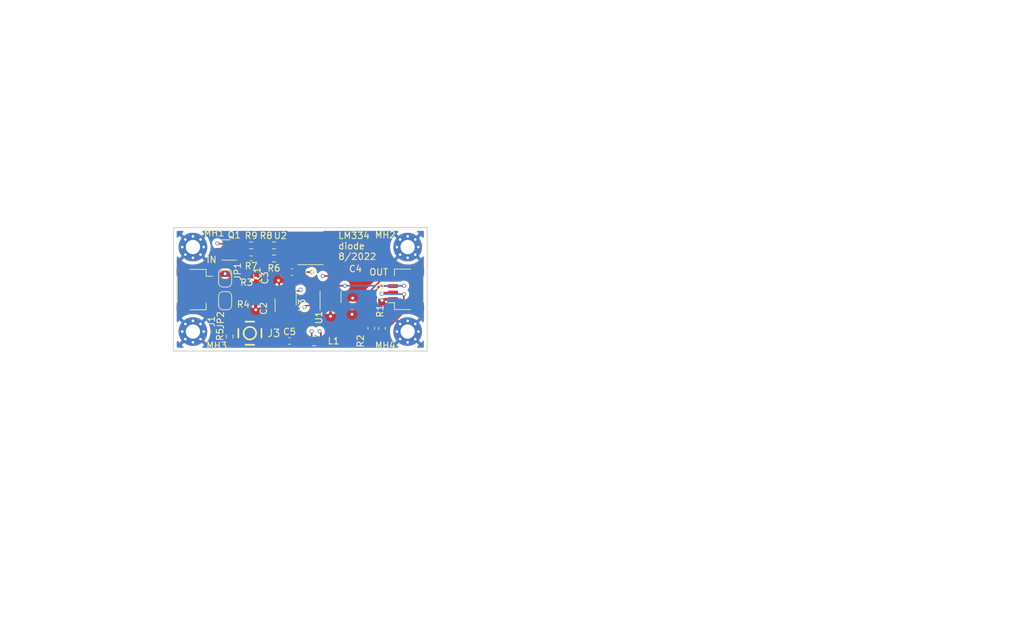
<source format=kicad_pcb>
(kicad_pcb (version 20211014) (generator pcbnew)
  (layers (0 "F.Cu" signal) (1 "In1.Cu" signal) (2 "In2.Cu" power) (31 "B.Cu" power) (34 "B.Paste" user) (35 "F.Paste" user) (36 "B.SilkS" user "B.Silkscreen") (37 "F.SilkS" user "F.Silkscreen") (38 "B.Mask" user) (39 "F.Mask" user) (44 "Edge.Cuts" user))
  (net 0 "")
  (net 1 "GND")
  (net 2 "/Channel1/V+")
  (net 3 "/Channel1/buffer/in+")
  (net 4 "/Channel1/buffer/in-")
  (net 5 "/Channel1/V-")
  (net 6 "+3V3")
  (net 7 "VD")
  (net 8 "/Channel1/I+")
  (net 9 "/Channel1/I-")
  (net 10 "Net-(Q1-Pad1)")
  (net 11 "/Channel1/buffer/out-")
  (net 12 "/Channel1/buffer/out+")
  (net 13 "Net-(R6-Pad1)")
  (net 14 "GNDPWR")
  (net 15 "/scl-rx")
  (net 16 "/sda-tx")
  (net 17 "Net-(R6-Pad2)")
  (net 18 "Net-(R8-Pad2)")
  (footprint "MountingHole:MountingHole_2.2mm_M2_Pad_Via" (layer "F.Cu") (at 103 84)
    (fp_text reference "MH1" (at 3.25 -2.15) (layer "F.SilkS"))
    (fp_text value "MountingHole")
    (pad "1" thru_hole circle locked (at -1.65 0) (size 0.7 0.7) (drill 0.4) (layers *.Cu *.Mask) (net 14 "GNDPWR"))
    (pad "1" thru_hole circle locked (at 0 -1.65) (size 0.7 0.7) (drill 0.4) (layers *.Cu *.Mask) (net 14 "GNDPWR"))
    (pad "1" thru_hole circle locked (at 1.166726 1.166726) (size 0.7 0.7) (drill 0.4) (layers *.Cu *.Mask) (net 14 "GNDPWR"))
    (pad "1" thru_hole circle locked (at 1.166726 -1.166726) (size 0.7 0.7) (drill 0.4) (layers *.Cu *.Mask) (net 14 "GNDPWR"))
    (pad "1" thru_hole circle locked (at 0 0) (size 4.4 4.4) (drill 2.2) (layers *.Cu *.Mask) (net 14 "GNDPWR"))
    (pad "1" thru_hole circle locked (at 1.65 0) (size 0.7 0.7) (drill 0.4) (layers *.Cu *.Mask) (net 14 "GNDPWR"))
    (pad "1" thru_hole circle locked (at -1.166726 -1.166726) (size 0.7 0.7) (drill 0.4) (layers *.Cu *.Mask) (net 14 "GNDPWR"))
    (pad "1" thru_hole circle locked (at -1.166726 1.166726) (size 0.7 0.7) (drill 0.4) (layers *.Cu *.Mask) (net 14 "GNDPWR"))
    (pad "1" thru_hole circle locked (at 0 1.65) (size 0.7 0.7) (drill 0.4) (layers *.Cu *.Mask) (net 14 "GNDPWR"))
  )
  (footprint "MountingHole:MountingHole_2.2mm_M2_Pad_Via" (layer "F.Cu") (at 136 84)
    (fp_text reference "MH2" (at -3.45 -1.85) (layer "F.SilkS"))
    (fp_text value "MountingHole")
    (pad "1" thru_hole circle locked (at 0 0) (size 4.4 4.4) (drill 2.2) (layers *.Cu *.Mask) (net 14 "GNDPWR"))
    (pad "1" thru_hole circle locked (at 1.166726 -1.166726) (size 0.7 0.7) (drill 0.4) (layers *.Cu *.Mask) (net 14 "GNDPWR"))
    (pad "1" thru_hole circle locked (at -1.65 0) (size 0.7 0.7) (drill 0.4) (layers *.Cu *.Mask) (net 14 "GNDPWR"))
    (pad "1" thru_hole circle locked (at 1.65 0) (size 0.7 0.7) (drill 0.4) (layers *.Cu *.Mask) (net 14 "GNDPWR"))
    (pad "1" thru_hole circle locked (at 1.166726 1.166726) (size 0.7 0.7) (drill 0.4) (layers *.Cu *.Mask) (net 14 "GNDPWR"))
    (pad "1" thru_hole circle locked (at 0 -1.65) (size 0.7 0.7) (drill 0.4) (layers *.Cu *.Mask) (net 14 "GNDPWR"))
    (pad "1" thru_hole circle locked (at 0 1.65) (size 0.7 0.7) (drill 0.4) (layers *.Cu *.Mask) (net 14 "GNDPWR"))
    (pad "1" thru_hole circle locked (at -1.166726 1.166726) (size 0.7 0.7) (drill 0.4) (layers *.Cu *.Mask) (net 14 "GNDPWR"))
    (pad "1" thru_hole circle locked (at -1.166726 -1.166726) (size 0.7 0.7) (drill 0.4) (layers *.Cu *.Mask) (net 14 "GNDPWR"))
  )
  (footprint "MountingHole:MountingHole_2.2mm_M2_Pad_Via" (layer "F.Cu") (at 103 97)
    (fp_text reference "MH3" (at 3.65 2.15) (layer "F.SilkS"))
    (fp_text value "MountingHole")
    (pad "1" thru_hole circle locked (at -1.166726 1.166726) (size 0.7 0.7) (drill 0.4) (layers *.Cu *.Mask) (net 14 "GNDPWR"))
    (pad "1" thru_hole circle locked (at 0 0) (size 4.4 4.4) (drill 2.2) (layers *.Cu *.Mask) (net 14 "GNDPWR"))
    (pad "1" thru_hole circle locked (at 1.166726 1.166726) (size 0.7 0.7) (drill 0.4) (layers *.Cu *.Mask) (net 14 "GNDPWR"))
    (pad "1" thru_hole circle locked (at -1.166726 -1.166726) (size 0.7 0.7) (drill 0.4) (layers *.Cu *.Mask) (net 14 "GNDPWR"))
    (pad "1" thru_hole circle locked (at 1.166726 -1.166726) (size 0.7 0.7) (drill 0.4) (layers *.Cu *.Mask) (net 14 "GNDPWR"))
    (pad "1" thru_hole circle locked (at 0 -1.65) (size 0.7 0.7) (drill 0.4) (layers *.Cu *.Mask) (net 14 "GNDPWR"))
    (pad "1" thru_hole circle locked (at 1.65 0) (size 0.7 0.7) (drill 0.4) (layers *.Cu *.Mask) (net 14 "GNDPWR"))
    (pad "1" thru_hole circle locked (at -1.65 0) (size 0.7 0.7) (drill 0.4) (layers *.Cu *.Mask) (net 14 "GNDPWR"))
    (pad "1" thru_hole circle locked (at 0 1.65) (size 0.7 0.7) (drill 0.4) (layers *.Cu *.Mask) (net 14 "GNDPWR"))
  )
  (footprint "MountingHole:MountingHole_2.2mm_M2_Pad_Via" (layer "F.Cu") (at 136 97)
    (fp_text reference "MH4" (at -3.45 2.15) (layer "F.SilkS"))
    (fp_text value "MountingHole")
    (pad "1" thru_hole circle locked (at 0 0) (size 4.4 4.4) (drill 2.2) (layers *.Cu *.Mask) (net 14 "GNDPWR"))
    (pad "1" thru_hole circle locked (at -1.166726 -1.166726) (size 0.7 0.7) (drill 0.4) (layers *.Cu *.Mask) (net 14 "GNDPWR"))
    (pad "1" thru_hole circle locked (at -1.65 0) (size 0.7 0.7) (drill 0.4) (layers *.Cu *.Mask) (net 14 "GNDPWR"))
    (pad "1" thru_hole circle locked (at 1.65 0) (size 0.7 0.7) (drill 0.4) (layers *.Cu *.Mask) (net 14 "GNDPWR"))
    (pad "1" thru_hole circle locked (at 0 -1.65) (size 0.7 0.7) (drill 0.4) (layers *.Cu *.Mask) (net 14 "GNDPWR"))
    (pad "1" thru_hole circle locked (at 1.166726 1.166726) (size 0.7 0.7) (drill 0.4) (layers *.Cu *.Mask) (net 14 "GNDPWR"))
    (pad "1" thru_hole circle locked (at 1.166726 -1.166726) (size 0.7 0.7) (drill 0.4) (layers *.Cu *.Mask) (net 14 "GNDPWR"))
    (pad "1" thru_hole circle locked (at -1.166726 1.166726) (size 0.7 0.7) (drill 0.4) (layers *.Cu *.Mask) (net 14 "GNDPWR"))
    (pad "1" thru_hole circle locked (at 0 1.65) (size 0.7 0.7) (drill 0.4) (layers *.Cu *.Mask) (net 14 "GNDPWR"))
  )
  (footprint "Resistor_SMD:R_0402_1005Metric" (layer "F.Cu") (at 110.765 90.55 180)
    (fp_text reference "R3" (at -0.485 1.1) (layer "F.SilkS"))
    (fp_text value "100K")
    (pad "1" smd roundrect locked (at -0.485 0 180) (size 0.59 0.64) (layers "F.Cu" "F.Paste" "F.Mask") (net 3 "/Channel1/buffer/in+"))
    (pad "2" smd roundrect locked (at 0.485 0 180) (size 0.59 0.64) (layers "F.Cu" "F.Paste" "F.Mask") (net 2 "/Channel1/V+"))
  )
  (footprint "Resistor_SMD:R_0402_1005Metric" (layer "F.Cu") (at 110.75 91.65 180)
    (fp_text reference "R4" (at 0 -1.17) (layer "F.SilkS"))
    (fp_text value "100K")
    (pad "1" smd roundrect locked (at -0.485 0 180) (size 0.59 0.64) (layers "F.Cu" "F.Paste" "F.Mask") (net 4 "/Channel1/buffer/in-"))
    (pad "2" smd roundrect locked (at 0.485 0 180) (size 0.59 0.64) (layers "F.Cu" "F.Paste" "F.Mask") (net 5 "/Channel1/V-"))
  )
  (footprint "Inductor_SMD:L_0805_2012Metric_Pad1.15x1.40mm_HandSolder" (layer "F.Cu") (at 121.635 98.45 180)
    (fp_text reference "L1" (at -2.975 0) (layer "F.SilkS"))
    (fp_text value "MMZ2012Y202B ")
    (fp_line (start -0.261252 -0.71) (end 0.261252 -0.71) (layer "F.SilkS") (width 0.12))
    (fp_line (start -0.261252 0.71) (end 0.261252 0.71) (layer "F.SilkS") (width 0.12))
    (pad "1" smd roundrect locked (at -1.025 0 180) (size 1.15 1.4) (layers "F.Cu" "F.Paste" "F.Mask") (roundrect_rratio 0.2173913043) (net 7 "VD"))
    (pad "2" smd roundrect locked (at 1.025 0 180) (size 1.15 1.4) (layers "F.Cu" "F.Paste" "F.Mask") (roundrect_rratio 0.2173913043) (net 6 "+3V3"))
  )
  (footprint "Capacitor_SMD:C_0402_1005Metric" (layer "F.Cu") (at 112.65 90.05 -90)
    (fp_text reference "C1" (at -2 -0.2 90) (layer "F.SilkS"))
    (fp_text value "100nF")
    (pad "1" smd roundrect locked (at -0.485 0 270) (size 0.59 0.64) (layers "F.Cu" "F.Paste" "F.Mask") (net 1 "GND"))
    (pad "2" smd roundrect locked (at 0.485 0 270) (size 0.59 0.64) (layers "F.Cu" "F.Paste" "F.Mask") (net 3 "/Channel1/buffer/in+"))
  )
  (footprint "Capacitor_SMD:C_0402_1005Metric" (layer "F.Cu") (at 112.65 92.135 -90)
    (fp_text reference "C2" (at 1.315 -1.2 90) (layer "F.SilkS"))
    (fp_text value "100nF")
    (pad "1" smd roundrect locked (at -0.485 0 270) (size 0.59 0.64) (layers "F.Cu" "F.Paste" "F.Mask") (net 4 "/Channel1/buffer/in-"))
    (pad "2" smd roundrect locked (at 0.485 0 270) (size 0.59 0.64) (layers "F.Cu" "F.Paste" "F.Mask") (net 1 "GND"))
  )
  (footprint "Capacitor_SMD:C_0402_1005Metric" (layer "F.Cu") (at 114.05 91.075 -90)
    (fp_text reference "C3" (at -2.325 0 90) (layer "F.SilkS"))
    (fp_text value "1uF")
    (pad "1" smd roundrect locked (at -0.485 0 270) (size 0.59 0.64) (layers "F.Cu" "F.Paste" "F.Mask") (net 3 "/Channel1/buffer/in+"))
    (pad "2" smd roundrect locked (at 0.485 0 270) (size 0.59 0.64) (layers "F.Cu" "F.Paste" "F.Mask") (net 4 "/Channel1/buffer/in-"))
  )
  (footprint "Capacitor_SMD:C_0402_1005Metric" (layer "F.Cu") (at 124.65 88.35)
    (fp_text reference "C4" (at 3.325 -1) (layer "F.SilkS"))
    (fp_text value "100nF")
    (pad "1" smd roundrect locked (at -0.485 0) (size 0.59 0.64) (layers "F.Cu" "F.Paste" "F.Mask") (net 7 "VD"))
    (pad "2" smd roundrect locked (at 0.485 0) (size 0.59 0.64) (layers "F.Cu" "F.Paste" "F.Mask") (net 1 "GND"))
  )
  (footprint "Connector_JST:JST_SH_SM04B-SRSS-TB_1x04-1MP_P1.00mm_Horizontal" (layer "F.Cu") (at 103.25 90.55 -90)
    (fp_text reference "J1" (at 4.9 -2.6 90) (layer "F.SilkS"))
    (fp_text value "Conn_01x04")
    (fp_line (start -3.11 0.715) (end -3.11 -1.785) (layer "F.SilkS") (width 0.12))
    (fp_line (start -1.94 2.685) (end 1.94 2.685) (layer "F.SilkS") (width 0.12))
    (fp_line (start 3.11 0.715) (end 3.11 -1.785) (layer "F.SilkS") (width 0.12))
    (fp_line (start -3.11 -1.785) (end -2.06 -1.785) (layer "F.SilkS") (width 0.12))
    (fp_line (start 3.11 -1.785) (end 2.06 -1.785) (layer "F.SilkS") (width 0.12))
    (fp_line (start -2.06 -1.785) (end -2.06 -2.775) (layer "F.SilkS") (width 0.12))
    (pad "1" smd roundrect locked (at -1.5 -2 270) (size 0.6 1.55) (layers "F.Cu" "F.Paste" "F.Mask") (net 8 "/Channel1/I+"))
    (pad "2" smd roundrect locked (at -0.5 -2 270) (size 0.6 1.55) (layers "F.Cu" "F.Paste" "F.Mask") (net 2 "/Channel1/V+"))
    (pad "3" smd roundrect locked (at 0.5 -2 270) (size 0.6 1.55) (layers "F.Cu" "F.Paste" "F.Mask") (net 5 "/Channel1/V-"))
    (pad "4" smd roundrect locked (at 1.5 -2 270) (size 0.6 1.55) (layers "F.Cu" "F.Paste" "F.Mask") (net 9 "/Channel1/I-"))
    (pad "MP" smd roundrect locked (at 2.8 1.875 270) (size 1.2 1.8) (layers "F.Cu" "F.Paste" "F.Mask") (roundrect_rratio 0.2083333333))
    (pad "MP" smd roundrect locked (at -2.8 1.875 270) (size 1.2 1.8) (layers "F.Cu" "F.Paste" "F.Mask") (roundrect_rratio 0.2083333333))
  )
  (footprint "Jumper:SolderJumper-2_P1.3mm_Open_RoundedPad1.0x1.5mm" (layer "F.Cu") (at 107.95 88.75 -90)
    (fp_text reference "JP1" (at -1 -1.9 90) (layer "F.SilkS"))
    (fp_text value "Jumper_NO_Small")
    (fp_line (start 1.4 -0.3) (end 1.4 0.3) (layer "F.SilkS") (width 0.12))
    (fp_line (start 0.7 1) (end -0.7 1) (layer "F.SilkS") (width 0.12))
    (fp_line (start -0.7 -1) (end 0.7 -1) (layer "F.SilkS") (width 0.12))
    (fp_line (start -1.4 0.3) (end -1.4 -0.3) (layer "F.SilkS") (width 0.12))
    (fp_arc (start 1.4 0.3) (mid 1.194975 0.794975) (end 0.7 1) (layer "F.SilkS") (width 0.12))
    (fp_arc (start -0.7 1) (mid -1.194975 0.794975) (end -1.4 0.3) (layer "F.SilkS") (width 0.12))
    (fp_arc (start 0.7 -1) (mid 1.194975 -0.794975) (end 1.4 -0.3) (layer "F.SilkS") (width 0.12))
    (fp_arc (start -1.4 -0.3) (mid -1.194975 -0.794975) (end -0.7 -1) (layer "F.SilkS") (width 0.12))
    (pad "1" smd custom locked (at -0.65 0 270) (size 1 0.5) (layers "F.Cu" "F.Mask") (net 8 "/Channel1/I+") (options (clearance outline) (anchor rect)) (primitives (gr_circle (center 0 0.25) (end 0.5 0.25) (width 0) (fill yes)) (gr_circle (center 0 -0.25) (end 0.5 -0.25) (width 0) (fill yes)) (gr_poly (pts (xy 0 -0.75) (xy 0.5 -0.75) (xy 0.5 0.75) (xy 0 0.75)) (width 0) (fill yes))))
    (pad "2" smd custom locked (at 0.65 0 270) (size 1 0.5) (layers "F.Cu" "F.Mask") (net 2 "/Channel1/V+") (options (clearance outline) (anchor rect)) (primitives (gr_circle (center 0 0.25) (end 0.5 0.25) (width 0) (fill yes)) (gr_circle (center 0 -0.25) (end 0.5 -0.25) (width 0) (fill yes)) (gr_poly (pts (xy 0 -0.75) (xy -0.5 -0.75) (xy -0.5 0.75) (xy 0 0.75)) (width 0) (fill yes))))
  )
  (footprint "Jumper:SolderJumper-2_P1.3mm_Open_RoundedPad1.0x1.5mm" (layer "F.Cu") (at 107.95 92.25 -90)
    (fp_text reference "JP2" (at 3 0.7 90) (layer "F.SilkS"))
    (fp_text value "Jumper_NO_Small")
    (fp_line (start 1.4 -0.3) (end 1.4 0.3) (layer "F.SilkS") (width 0.12))
    (fp_line (start -1.4 0.3) (end -1.4 -0.3) (layer "F.SilkS") (width 0.12))
    (fp_line (start 0.7 1) (end -0.7 1) (layer "F.SilkS") (width 0.12))
    (fp_line (start -0.7 -1) (end 0.7 -1) (layer "F.SilkS") (width 0.12))
    (fp_arc (start 1.4 0.3) (mid 1.194975 0.794975) (end 0.7 1) (layer "F.SilkS") (width 0.12))
    (fp_arc (start -0.7 1) (mid -1.194975 0.794975) (end -1.4 0.3) (layer "F.SilkS") (width 0.12))
    (fp_arc (start -1.4 -0.3) (mid -1.194975 -0.794975) (end -0.7 -1) (layer "F.SilkS") (width 0.12))
    (fp_arc (start 0.7 -1) (mid 1.194975 -0.794975) (end 1.4 -0.3) (layer "F.SilkS") (width 0.12))
    (pad "1" smd custom locked (at -0.65 0 270) (size 1 0.5) (layers "F.Cu" "F.Mask") (net 5 "/Channel1/V-") (options (clearance outline) (anchor rect)) (primitives (gr_circle (center 0 0.25) (end 0.5 0.25) (width 0) (fill yes)) (gr_circle (center 0 -0.25) (end 0.5 -0.25) (width 0) (fill yes)) (gr_poly (pts (xy 0 -0.75) (xy 0.5 -0.75) (xy 0.5 0.75) (xy 0 0.75)) (width 0) (fill yes))))
    (pad "2" smd custom locked (at 0.65 0 270) (size 1 0.5) (layers "F.Cu" "F.Mask") (net 9 "/Channel1/I-") (options (clearance outline) (anchor rect)) (primitives (gr_circle (center 0 0.25) (end 0.5 0.25) (width 0) (fill yes)) (gr_circle (center 0 -0.25) (end 0.5 -0.25) (width 0) (fill yes)) (gr_poly (pts (xy 0 -0.75) (xy -0.5 -0.75) (xy -0.5 0.75) (xy 0 0.75)) (width 0) (fill yes))))
  )
  (footprint "Resistor_SMD:R_0603_1608Metric_Pad1.05x0.95mm_HandSolder" (layer "F.Cu") (at 132.05 96.5 90)
    (fp_text reference "R1" (at 2.65 -0.3 90) (layer "F.SilkS"))
    (fp_text value "10K")
    (fp_line (start -0.171267 -0.51) (end 0.171267 -0.51) (layer "F.SilkS") (width 0.12))
    (fp_line (start -0.171267 0.51) (end 0.171267 0.51) (layer "F.SilkS") (width 0.12))
    (pad "1" smd roundrect locked (at -0.875 0 90) (size 1.05 0.95) (layers "F.Cu" "F.Paste" "F.Mask") (net 7 "VD"))
    (pad "2" smd roundrect locked (at 0.875 0 90) (size 1.05 0.95) (layers "F.Cu" "F.Paste" "F.Mask") (net 16 "/sda-tx"))
  )
  (footprint "Resistor_SMD:R_0603_1608Metric_Pad1.05x0.95mm_HandSolder" (layer "F.Cu") (at 130.4 96.5 90)
    (fp_text reference "R2" (at -1.95 -1.65 90) (layer "F.SilkS"))
    (fp_text value "10K")
    (fp_line (start -0.171267 -0.51) (end 0.171267 -0.51) (layer "F.SilkS") (width 0.12))
    (fp_line (start -0.171267 0.51) (end 0.171267 0.51) (layer "F.SilkS") (width 0.12))
    (pad "1" smd roundrect locked (at -0.875 0 90) (size 1.05 0.95) (layers "F.Cu" "F.Paste" "F.Mask") (net 7 "VD"))
    (pad "2" smd roundrect locked (at 0.875 0 90) (size 1.05 0.95) (layers "F.Cu" "F.Paste" "F.Mask") (net 15 "/scl-rx"))
  )
  (footprint "Connector_JST:JST_SH_SM04B-SRSS-TB_1x04-1MP_P1.00mm_Horizontal" (layer "F.Cu") (at 135.75 90.5 90)
    (fp_text reference "J2" (at 0 -3.98 90) (layer "F.SilkS"))
    (fp_text value "JST_SH_Conn_01x04_i2c_horizontal")
    (fp_line (start 3.11 0.715) (end 3.11 -1.785) (layer "F.SilkS") (width 0.12))
    (fp_line (start -3.11 0.715) (end -3.11 -1.785) (layer "F.SilkS") (width 0.12))
    (fp_line (start -3.11 -1.785) (end -2.06 -1.785) (layer "F.SilkS") (width 0.12))
    (fp_line (start 3.11 -1.785) (end 2.06 -1.785) (layer "F.SilkS") (width 0.12))
    (fp_line (start -1.94 2.685) (end 1.94 2.685) (layer "F.SilkS") (width 0.12))
    (fp_line (start -2.06 -1.785) (end -2.06 -2.775) (layer "F.SilkS") (width 0.12))
    (pad "1" smd roundrect locked (at -1.5 -2 90) (size 0.6 1.55) (layers "F.Cu" "F.Paste" "F.Mask") (net 1 "GND"))
    (pad "2" smd roundrect locked (at -0.5 -2 90) (size 0.6 1.55) (layers "F.Cu" "F.Paste" "F.Mask") (net 7 "VD"))
    (pad "3" smd roundrect locked (at 0.5 -2 90) (size 0.6 1.55) (layers "F.Cu" "F.Paste" "F.Mask") (net 16 "/sda-tx"))
    (pad "4" smd roundrect locked (at 1.5 -2 90) (size 0.6 1.55) (layers "F.Cu" "F.Paste" "F.Mask") (net 15 "/scl-rx"))
    (pad "MP" smd roundrect locked (at 2.8 1.875 90) (size 1.2 1.8) (layers "F.Cu" "F.Paste" "F.Mask") (roundrect_rratio 0.2083333333))
    (pad "MP" smd roundrect locked (at -2.8 1.875 90) (size 1.2 1.8) (layers "F.Cu" "F.Paste" "F.Mask") (roundrect_rratio 0.2083333333))
  )
  (footprint "Package_SO:VSSOP-8_3.0x3.0mm_P0.65mm" (layer "F.Cu") (at 117.25 92.95 -90)
    (fp_text reference "U3" (at 0 -2.5 -90) (layer "F.SilkS"))
    (fp_text value "TLV2782IDGKR")
    (fp_line (start 1 1.62) (end -1 1.62) (layer "F.SilkS") (width 0.12))
    (fp_line (start 0 -1.62) (end -3 -1.62) (layer "F.SilkS") (width 0.12))
    (pad "1" smd rect (at -2.2 -0.975 180) (size 0.45 1.45) (layers "F.Cu" "F.Paste" "F.Mask") (net 12 "/Channel1/buffer/out+"))
    (pad "2" smd rect (at -2.2 -0.325 180) (size 0.45 1.45) (layers "F.Cu" "F.Paste" "F.Mask") (net 12 "/Channel1/buffer/out+"))
    (pad "3" smd rect (at -2.2 0.325 180) (size 0.45 1.45) (layers "F.Cu" "F.Paste" "F.Mask") (net 3 "/Channel1/buffer/in+"))
    (pad "4" smd rect (at -2.2 0.975 180) (size 0.45 1.45) (layers "F.Cu" "F.Paste" "F.Mask") (net 1 "GND"))
    (pad "5" smd rect (at 2.2 0.975 180) (size 0.45 1.45) (layers "F.Cu" "F.Paste" "F.Mask") (net 4 "/Channel1/buffer/in-"))
    (pad "6" smd rect (at 2.2 0.325 180) (size 0.45 1.45) (layers "F.Cu" "F.Paste" "F.Mask") (net 11 "/Channel1/buffer/out-"))
    (pad "7" smd rect (at 2.2 -0.325 180) (size 0.45 1.45) (layers "F.Cu" "F.Paste" "F.Mask") (net 11 "/Channel1/buffer/out-"))
    (pad "8" smd rect (at 2.2 -0.975 180) (size 0.45 1.45) (layers "F.Cu" "F.Paste" "F.Mask") (net 6 "+3V3"))
  )
  (footprint "Resistor_SMD:R_0603_1608Metric_Pad0.98x0.95mm_HandSolder" (layer "F.Cu") (at 111.95 83.75 180)
    (fp_text reference "R9" (at 0 1.5) (layer "F.SilkS"))
    (fp_text value "0")
    (fp_line (start -0.254724 -0.5225) (end 0.254724 -0.5225) (layer "F.SilkS") (width 0.12))
    (fp_line (start -0.254724 0.5225) (end 0.254724 0.5225) (layer "F.SilkS") (width 0.12))
    (pad "1" smd roundrect (at -0.9125 0 180) (size 0.975 0.95) (layers "F.Cu" "F.Paste" "F.Mask") (net 18 "Net-(R8-Pad2)"))
    (pad "2" smd roundrect (at 0.9125 0 180) (size 0.975 0.95) (layers "F.Cu" "F.Paste" "F.Mask") (net 8 "/Channel1/I+"))
  )
  (footprint "Package_TO_SOT_SMD:SOT-23-6_Handsoldering" (layer "F.Cu") (at 124.15 91.65 90)
    (fp_text reference "U1" (at -3.2 -1.8 90) (layer "F.SilkS"))
    (fp_text value "MCP3421A0T-ECH")
    (fp_line (start 0.9 -1.61) (end -2.05 -1.61) (layer "F.SilkS") (width 0.12))
    (fp_line (start -0.9 1.61) (end 0.9 1.61) (layer "F.SilkS") (width 0.12))
    (pad "1" smd rect (at -1.35 -0.95 90) (size 1.56 0.65) (layers "F.Cu" "F.Paste" "F.Mask") (net 12 "/Channel1/buffer/out+"))
    (pad "2" smd rect (at -1.35 0 90) (size 1.56 0.65) (layers "F.Cu" "F.Paste" "F.Mask") (net 1 "GND"))
    (pad "3" smd rect (at -1.35 0.95 90) (size 1.56 0.65) (layers "F.Cu" "F.Paste" "F.Mask") (net 15 "/scl-rx"))
    (pad "4" smd rect (at 1.35 0.95 90) (size 1.56 0.65) (layers "F.Cu" "F.Paste" "F.Mask") (net 16 "/sda-tx"))
    (pad "5" smd rect (at 1.35 0 90) (size 1.56 0.65) (layers "F.Cu" "F.Paste" "F.Mask") (net 7 "VD"))
    (pad "6" smd rect (at 1.35 -0.95 90) (size 1.56 0.65) (layers "F.Cu" "F.Paste" "F.Mask") (net 11 "/Channel1/buffer/out-"))
  )
  (footprint "0my_footprints6:MMCX-SMD_KH-MMCX-KE-STM" (layer "F.Cu") (at 111.75 97.25)
    (fp_text reference "J3" (at 2.6 0) (layer "F.SilkS") (effects (font (size 1.143 1.143) (thickness 0.152)) (justify left)))
    (fp_text value "MMCX-KE-STM" hide)
    (fp_line (start 1.778 0.669) (end 1.778 -0.669) (layer "F.SilkS") (width 0.254))
    (fp_line (start -1.778 -0.669) (end -1.778 0.669) (layer "F.SilkS") (width 0.254))
    (fp_line (start 0.669 -1.778) (end -0.669 -1.778) (layer "F.SilkS") (width 0.254))
    (fp_line (start -0.669 1.778) (end 0.669 1.778) (layer "F.SilkS") (width 0.254))
    (fp_circle (center 0 0) (end 0.967 0) (layer "F.SilkS") (width 0.254) (fill none))
    (pad "1" smd circle locked (at 0 0) (size 1 1) (layers "F.Cu" "F.Paste" "F.Mask") (net 9 "/Channel1/I-"))
    (pad "2" smd rect locked (at 1.4 1.4) (size 1 1) (layers "F.Cu" "F.Paste" "F.Mask") (net 1 "GND"))
    (pad "2" smd rect locked (at -1.4 -1.4) (size 1 1) (layers "F.Cu" "F.Paste" "F.Mask") (net 1 "GND"))
    (pad "2" smd rect locked (at -1.4 1.4) (size 1 1) (layers "F.Cu" "F.Paste" "F.Mask") (net 1 "GND"))
    (pad "2" smd rect locked (at 1.4 -1.4) (size 1 1) (layers "F.Cu" "F.Paste" "F.Mask") (net 1 "GND"))
  )
  (footprint "Capacitor_SMD:C_0603_1608Metric_Pad1.08x0.95mm_HandSolder" (layer "F.Cu") (at 117.85 98.45)
    (fp_text reference "C5" (at 0 -1.43) (layer "F.SilkS"))
    (fp_text value "100nF")
    (fp_line (start -0.146267 -0.51) (end 0.146267 -0.51) (layer "F.SilkS") (width 0.12))
    (fp_line (start -0.146267 0.51) (end 0.146267 0.51) (layer "F.SilkS") (width 0.12))
    (pad "1" smd roundrect (at -0.8625 0) (size 1.075 0.95) (layers "F.Cu" "F.Paste" "F.Mask") (net 1 "GND"))
    (pad "2" smd roundrect (at 0.8625 0) (size 1.075 0.95) (layers "F.Cu" "F.Paste" "F.Mask") (net 6 "+3V3"))
  )
  (footprint "Package_SO:SOIC-8_3.9x4.9mm_P1.27mm" (layer "F.Cu") (at 121.05 84.15)
    (fp_text reference "U2" (at -4.6 -1.9) (layer "F.SilkS"))
    (fp_text value "LM334M")
    (fp_line (start 0 -2.56) (end 1.95 -2.56) (layer "F.SilkS") (width 0.12))
    (fp_line (start 0 2.56) (end -1.95 2.56) (layer "F.SilkS") (width 0.12))
    (fp_line (start 0 2.56) (end 1.95 2.56) (layer "F.SilkS") (width 0.12))
    (fp_line (start 0 -2.56) (end -3.45 -2.56) (layer "F.SilkS") (width 0.12))
    (pad "1" smd roundrect (at -2.475 -1.905) (size 1.95 0.6) (layers "F.Cu" "F.Paste" "F.Mask") (net 13 "Net-(R6-Pad1)"))
    (pad "2" smd roundrect (at -2.475 -0.635) (size 1.95 0.6) (layers "F.Cu" "F.Paste" "F.Mask") (net 10 "Net-(Q1-Pad1)"))
    (pad "3" smd roundrect (at -2.475 0.635) (size 1.95 0.6) (layers "F.Cu" "F.Paste" "F.Mask") (net 10 "Net-(Q1-Pad1)"))
    (pad "4" smd roundrect (at -2.475 1.905) (size 1.95 0.6) (layers "F.Cu" "F.Paste" "F.Mask") (net 6 "+3V3"))
    (pad "5" smd roundrect (at 2.475 1.905) (size 1.95 0.6) (layers "F.Cu" "F.Paste" "F.Mask"))
    (pad "6" smd roundrect (at 2.475 0.635) (size 1.95 0.6) (layers "F.Cu" "F.Paste" "F.Mask") (net 10 "Net-(Q1-Pad1)"))
    (pad "7" smd roundrect (at 2.475 -0.635) (size 1.95 0.6) (layers "F.Cu" "F.Paste" "F.Mask") (net 10 "Net-(Q1-Pad1)"))
    (pad "8" smd roundrect (at 2.475 -1.905) (size 1.95 0.6) (layers "F.Cu" "F.Paste" "F.Mask"))
  )
  (footprint "Resistor_SMD:R_0603_1608Metric_Pad0.98x0.95mm_HandSolder" (layer "F.Cu") (at 115.45 85.75 180)
    (fp_text reference "R6" (at 0 -1.5) (layer "F.SilkS"))
    (fp_text value "10K")
    (fp_line (start -0.254724 0.5225) (end 0.254724 0.5225) (layer "F.SilkS") (width 0.12))
    (fp_line (start -0.254724 -0.5225) (end 0.254724 -0.5225) (layer "F.SilkS") (width 0.12))
    (pad "1" smd roundrect (at -0.9125 0 180) (size 0.975 0.95) (layers "F.Cu" "F.Paste" "F.Mask") (net 13 "Net-(R6-Pad1)"))
    (pad "2" smd roundrect (at 0.9125 0 180) (size 0.975 0.95) (layers "F.Cu" "F.Paste" "F.Mask") (net 17 "Net-(R6-Pad2)"))
  )
  (footprint "Package_TO_SOT_SMD:SOT-23" (layer "F.Cu") (at 108.05 84.45 180)
    (fp_text reference "Q1" (at -1.3 2.3) (layer "F.SilkS"))
    (fp_text value "MMBT3904")
    (fp_line (start 0 1.56) (end 0.65 1.56) (layer "F.SilkS") (width 0.12))
    (fp_line (start 0 1.56) (end -0.65 1.56) (layer "F.SilkS") (width 0.12))
    (fp_line (start 0 -1.56) (end -1.675 -1.56) (layer "F.SilkS") (width 0.12))
    (fp_line (start 0 -1.56) (end 0.65 -1.56) (layer "F.SilkS") (width 0.12))
    (pad "1" smd roundrect (at -0.9375 -0.95 180) (size 1.475 0.6) (layers "F.Cu" "F.Paste" "F.Mask") (net 10 "Net-(Q1-Pad1)"))
    (pad "2" smd roundrect (at -0.9375 0.95 180) (size 1.475 0.6) (layers "F.Cu" "F.Paste" "F.Mask") (net 8 "/Channel1/I+"))
    (pad "3" smd roundrect (at 0.9375 0 180) (size 1.475 0.6) (layers "F.Cu" "F.Paste" "F.Mask") (net 10 "Net-(Q1-Pad1)"))
  )
  (footprint "Resistor_SMD:R_0603_1608Metric_Pad0.98x0.95mm_HandSolder" (layer "F.Cu") (at 115.45 83.75 180)
    (fp_text reference "R8" (at 1.2 1.5 180) (layer "F.SilkS"))
    (fp_text value "121K")
    (fp_line (start -0.254724 -0.5225) (end 0.254724 -0.5225) (layer "F.SilkS") (width 0.12))
    (fp_line (start -0.254724 0.5225) (end 0.254724 0.5225) (layer "F.SilkS") (width 0.12))
    (pad "1" smd roundrect (at -0.9125 0 180) (size 0.975 0.95) (layers "F.Cu" "F.Paste" "F.Mask") (net 13 "Net-(R6-Pad1)"))
    (pad "2" smd roundrect (at 0.9125 0 180) (size 0.975 0.95) (layers "F.Cu" "F.Paste" "F.Mask") (net 18 "Net-(R8-Pad2)"))
  )
  (footprint "Resistor_SMD:R_0603_1608Metric_Pad0.98x0.95mm_HandSolder" (layer "F.Cu") (at 108.65 97.7625 -90)
    (fp_text reference "R5" (at -0.3125 1.5 90) (layer "F.SilkS"))
    (fp_text value "10K")
    (fp_line (start -0.254724 -0.5225) (end 0.254724 -0.5225) (layer "F.SilkS") (width 0.12))
    (fp_line (start -0.254724 0.5225) (end 0.254724 0.5225) (layer "F.SilkS") (width 0.12))
    (pad "1" smd roundrect (at -0.9125 0 270) (size 0.975 0.95) (layers "F.Cu" "F.Paste" "F.Mask") (net 9 "/Channel1/I-"))
    (pad "2" smd roundrect (at 0.9125 0 270) (size 0.975 0.95) (layers "F.Cu" "F.Paste" "F.Mask") (net 1 "GND"))
  )
  (footprint "Resistor_SMD:R_0402_1005Metric_Pad0.72x0.64mm_HandSolder" (layer "F.Cu") (at 111.95 85.75 180)
    (fp_text reference "R7" (at 0 -1.17 180) (layer "F.SilkS"))
    (fp_text value "3.48K")
    (fp_line (start -0.167621 0.38) (end 0.167621 0.38) (layer "F.SilkS") (width 0.12))
    (fp_line (start -0.167621 -0.38) (end 0.167621 -0.38) (layer "F.SilkS") (width 0.12))
    (pad "1" smd roundrect (at -0.5975 0 180) (size 0.715 0.64) (layers "F.Cu" "F.Paste" "F.Mask") (net 17 "Net-(R6-Pad2)"))
    (pad "2" smd roundrect (at 0.5975 0 180) (size 0.715 0.64) (layers "F.Cu" "F.Paste" "F.Mask") (net 10 "Net-(Q1-Pad1)"))
  )
  (footprint "Capacitor_SMD:C_0603_1608Metric_Pad1.08x0.95mm_HandSolder" (layer "F.Cu") (at 118.25 87.85 180)
    (fp_text reference "C6" (at -2.9 0) (layer "F.SilkS"))
    (fp_text value "100nF")
    (fp_line (start -0.146267 -0.51) (end 0.146267 -0.51) (layer "F.SilkS") (width 0.12))
    (fp_line (start -0.146267 0.51) (end 0.146267 0.51) (layer "F.SilkS") (width 0.12))
    (pad "1" smd roundrect (at -0.8625 0 180) (size 1.075 0.95) (layers "F.Cu" "F.Paste" "F.Mask") (net 6 "+3V3"))
    (pad "2" smd roundrect (at 0.8625 0 180) (size 1.075 0.95) (layers "F.Cu" "F.Paste" "F.Mask") (net 1 "GND"))
  )
  (gr_line (start 100 81) (end 139 81) (layer "Edge.Cuts") (width 0.15))
  (gr_line (start 100 100) (end 100 81) (layer "Edge.Cuts") (width 0.15))
  (gr_line (start 139 81) (end 139 100) (layer "Edge.Cuts") (width 0.15))
  (gr_line (start 139 100) (end 100 100) (layer "Edge.Cuts") (width 0.15))
  (gr_text "IN" (at 105.85 85.95) (layer "F.SilkS") (effects (font (size 1 1))))
  (gr_text "LM334\ndiode\n8/2022\n" (at 125.25 83.85) (layer "F.SilkS") (effects (font (size 1 1)) (justify left)))
  (gr_text "OUT" (at 131.55 87.85) (layer "F.SilkS") (effects (font (size 1 1))))
  (segment (start 133.75 92) (end 132.25 92) (width 0.25) (layer "F.Cu") (net 1))
  (segment (start 112.65 89.565) (end 114.365 87.85) (width 0.25) (layer "F.Cu") (net 1))
  (segment (start 124.15 94.65) (end 127.15 94.65) (width 0.25) (layer "F.Cu") (net 1))
  (segment (start 112.65 92.62) (end 112.65 93.65) (width 0.25) (layer "F.Cu") (net 1))
  (segment (start 127.15 94.65) (end 127.45 94.35) (width 0.25) (layer "F.Cu") (net 1))
  (segment (start 132.25 92) (end 132.05 92.2) (width 0.25) (layer "F.Cu") (net 1))
  (segment (start 124.15 93) (end 124.15 94.65) (width 0.25) (layer "F.Cu") (net 1))
  (segment (start 116.275 90.75) (end 116.275 88.9625) (width 0.25) (layer "F.Cu") (net 1))
  (segment (start 116.275 88.9625) (end 117.3875 87.85) (width 0.25) (layer "F.Cu") (net 1))
  (segment (start 114.365 87.85) (end 117.3875 87.85) (width 0.25) (layer "F.Cu") (net 1))
  (segment (start 116.275 89.275) (end 116.15 89.15) (width 0.25) (layer "F.Cu") (net 1))
  (segment (start 112.65 89.565) (end 112.65 88.75) (width 0.25) (layer "F.Cu") (net 1))
  (segment (start 110.35 98.65) (end 109.05 98.65) (width 0.25) (layer "F.Cu") (net 1))
  (segment (start 132.1 92.25) (end 132.05 92.2) (width 0.25) (layer "F.Cu") (net 1))
  (segment (start 116.275 90.75) (end 116.275 89.275) (width 0.25) (layer "F.Cu") (net 1))
  (via (at 132.05 92.2) (size 0.6) (drill 0.4) (layers "F.Cu" "B.Cu") (net 1))
  (via (at 112.65 88.75) (size 0.6) (drill 0.4) (layers "F.Cu" "B.Cu") (net 1))
  (via (at 127.55 91.85) (size 0.6) (drill 0.4) (layers "F.Cu" "B.Cu") (net 1))
  (via (at 127.45 94.35) (size 0.6) (drill 0.4) (layers "F.Cu" "B.Cu") (net 1))
  (via (at 124.15 94.65) (size 0.6) (drill 0.4) (layers "F.Cu" "B.Cu") (net 1))
  (via (at 116.15 89.15) (size 0.6) (drill 0.4) (layers "F.Cu" "B.Cu") (net 1))
  (via (at 112.65 93.65) (size 0.6) (drill 0.4) (layers "F.Cu" "B.Cu") (net 1))
  (segment (start 107.3 90.05) (end 107.95 89.4) (width 0.25) (layer "F.Cu") (net 2))
  (segment (start 107.95 89.4) (end 109.13 89.4) (width 0.25) (layer "F.Cu") (net 2))
  (segment (start 109.13 89.4) (end 110.28 90.55) (width 0.25) (layer "F.Cu") (net 2))
  (segment (start 105.25 90.05) (end 107.3 90.05) (width 0.25) (layer "F.Cu") (net 2))
  (segment (start 116.925 91.675) (end 116.925 90.75) (width 0.2) (layer "F.Cu") (net 3))
  (segment (start 115.95 92.25) (end 116.35 92.25) (width 0.2) (layer "F.Cu") (net 3))
  (segment (start 116.35 92.25) (end 116.925 91.675) (width 0.2) (layer "F.Cu") (net 3))
  (segment (start 114.29 90.59) (end 115.95 92.25) (width 0.2) (layer "F.Cu") (net 3))
  (segment (start 114.05 90.59) (end 114.29 90.59) (width 0.2) (layer "F.Cu") (net 3))
  (segment (start 111.25 90.55) (end 114.01 90.55) (width 0.25) (layer "F.Cu") (net 3))
  (segment (start 114.05 91.56) (end 116.275 93.785) (width 0.2) (layer "F.Cu") (net 4))
  (segment (start 111.235 91.65) (end 113.96 91.65) (width 0.25) (layer "F.Cu") (net 4))
  (segment (start 116.275 93.785) (end 116.275 95.15) (width 0.2) (layer "F.Cu") (net 4))
  (segment (start 107.4 91.05) (end 107.95 91.6) (width 0.25) (layer "F.Cu") (net 5))
  (segment (start 105.25 91.05) (end 107.4 91.05) (width 0.25) (layer "F.Cu") (net 5))
  (segment (start 107.95 91.6) (end 110.215 91.6) (width 0.25) (layer "F.Cu") (net 5))
  (segment (start 119.1125 87.85) (end 121.25 87.85) (width 0.25) (layer "F.Cu") (net 6))
  (segment (start 118.225 97.9625) (end 118.7125 98.45) (width 0.25) (layer "F.Cu") (net 6))
  (segment (start 119.1125 86.5925) (end 118.575 86.055) (width 0.25) (layer "F.Cu") (net 6))
  (segment (start 120.61 98.45) (end 118.7125 98.45) (width 0.25) (layer "F.Cu") (net 6))
  (segment (start 118.225 95.15) (end 118.225 97.9625) (width 0.25) (layer "F.Cu") (net 6))
  (segment (start 121.25 97.81) (end 120.61 98.45) (width 0.25) (layer "F.Cu") (net 6))
  (segment (start 119.1125 87.85) (end 119.1125 86.5925) (width 0.25) (layer "F.Cu") (net 6))
  (segment (start 121.25 96.95) (end 121.25 97.81) (width 0.25) (layer "F.Cu") (net 6))
  (via (at 121.25 87.85) (size 0.6) (drill 0.4) (layers "F.Cu" "B.Cu") (net 6))
  (via (at 121.25 96.95) (size 0.6) (drill 0.4) (layers "F.Cu" "B.Cu") (net 6))
  (segment (start 122.66 97.16) (end 122.465 96.965) (width 0.25) (layer "F.Cu") (net 7))
  (segment (start 132.05 97.375) (end 130.4 97.375) (width 0.25) (layer "F.Cu") (net 7))
  (segment (start 130.4 97.375) (end 130.025 97.375) (width 0.25) (layer "F.Cu") (net 7))
  (segment (start 130.025 97.375) (end 128.95 98.45) (width 0.25) (layer "F.Cu") (net 7))
  (segment (start 133.75 91) (end 132.2 91) (width 0.25) (layer "F.Cu") (net 7))
  (segment (start 122.66 98.45) (end 122.66 97.16) (width 0.25) (layer "F.Cu") (net 7))
  (segment (start 135.4 94.025) (end 135.4 91.3) (width 0.25) (layer "F.Cu") (net 7))
  (segment (start 132.2 91) (end 132 91.2) (width 0.25) (layer "F.Cu") (net 7))
  (segment (start 132 91.2) (end 133.7 91.2) (width 0.25) (layer "F.Cu") (net 7))
  (segment (start 122.95 88.45) (end 124.065 88.45) (width 0.25) (layer "F.Cu") (net 7))
  (segment (start 135.4 91.3) (end 135.45 91.25) (width 0.25) (layer "F.Cu") (net 7))
  (segment (start 124.15 90.3) (end 124.15 88.365) (width 0.25) (layer "F.Cu") (net 7))
  (segment (start 132.05 97.375) (end 135.4 94.025) (width 0.25) (layer "F.Cu") (net 7))
  (segment (start 122.66 98.45) (end 128.95 98.45) (width 0.25) (layer "F.Cu") (net 7))
  (via (at 132 91.2) (size 0.6) (drill 0.4) (layers "F.Cu" "B.Cu") (net 7))
  (via (at 135.45 91.25) (size 0.6) (drill 0.4) (layers "F.Cu" "B.Cu") (net 7))
  (via (at 122.465 96.965) (size 0.6) (drill 0.4) (layers "F.Cu" "B.Cu") (net 7))
  (via (at 122.95 88.45) (size 0.6) (drill 0.4) (layers "F.Cu" "B.Cu") (net 7))
  (segment (start 132.05 91.25) (end 132 91.2) (width 0.25) (layer "B.Cu") (net 7))
  (segment (start 135.45 91.25) (end 132.05 91.25) (width 0.25) (layer "B.Cu") (net 7))
  (segment (start 108.9875 83.5) (end 106.8 83.5) (width 0.2) (layer "F.Cu") (net 8))
  (segment (start 111.0375 83.75) (end 109.2375 83.75) (width 0.2) (layer "F.Cu") (net 8))
  (segment (start 106.8 83.5) (end 106.75 83.45) (width 0.2) (layer "F.Cu") (net 8))
  (segment (start 107.202408 88.1) (end 107.95 88.1) (width 0.25) (layer "F.Cu") (net 8))
  (segment (start 106.975 88.1) (end 107.202408 88.1) (width 0.25) (layer "F.Cu") (net 8))
  (segment (start 106.025 89.05) (end 106.975 88.1) (width 0.25) (layer "F.Cu") (net 8))
  (segment (start 105.25 89.05) (end 106.025 89.05) (width 0.25) (layer "F.Cu") (net 8))
  (segment (start 109.2375 83.75) (end 108.9875 83.5) (width 0.2) (layer "F.Cu") (net 8))
  (via (at 107.95 88.1) (size 0.6) (drill 0.4) (layers "F.Cu" "B.Cu") (net 8))
  (via (at 106.75 83.45) (size 0.6) (drill 0.4) (layers "F.Cu" "B.Cu") (net 8))
  (segment (start 111.75 97.25) (end 108.67 97.25) (width 0.2) (layer "F.Cu") (net 9))
  (segment (start 107.95 92.9) (end 107.95 96.53) (width 0.25) (layer "F.Cu") (net 9))
  (segment (start 105.25 92.05) (end 106.1 92.9) (width 0.25) (layer "F.Cu") (net 9))
  (segment (start 107.95 96.53) (end 108.65 97.23) (width 0.25) (layer "F.Cu") (net 9))
  (segment (start 106.1 92.9) (end 107.95 92.9) (width 0.25) (layer "F.Cu") (net 9))
  (segment (start 121.85 84.75) (end 121.885 84.785) (width 0.25) (layer "F.Cu") (net 10))
  (segment (start 109.3375 85.75) (end 108.9875 85.4) (width 0.25) (layer "F.Cu") (net 10))
  (segment (start 122.085 83.515) (end 121.85 83.75) (width 0.25) (layer "F.Cu") (net 10))
  (segment (start 121.815 84.785) (end 121.85 84.75) (width 0.25) (layer "F.Cu") (net 10))
  (segment (start 111.0375 85.75) (end 109.3375 85.75) (width 0.25) (layer "F.Cu") (net 10))
  (segment (start 121.85 83.75) (end 121.85 84.75) (width 0.25) (layer "F.Cu") (net 10))
  (segment (start 118.575 83.515) (end 121.615 83.515) (width 0.25) (layer "F.Cu") (net 10))
  (segment (start 121.615 83.515) (end 121.85 83.75) (width 0.25) (layer "F.Cu") (net 10))
  (segment (start 117.17452 85.809408) (end 117.17452 86.22548) (width 0.25) (layer "F.Cu") (net 10))
  (segment (start 111.45 86.85) (end 111.0375 86.4375) (width 0.25) (layer "F.Cu") (net 10))
  (segment (start 116.55 86.85) (end 111.45 86.85) (width 0.25) (layer "F.Cu") (net 10))
  (segment (start 108.0625 85.4) (end 107.1125 84.45) (width 0.25) (layer "F.Cu") (net 10))
  (segment (start 123.525 83.515) (end 122.085 83.515) (width 0.25) (layer "F.Cu") (net 10))
  (segment (start 118.575 84.785) (end 121.815 84.785) (width 0.25) (layer "F.Cu") (net 10))
  (segment (start 121.885 84.785) (end 123.525 84.785) (width 0.25) (layer "F.Cu") (net 10))
  (segment (start 117.17452 86.22548) (end 116.55 86.85) (width 0.25) (layer "F.Cu") (net 10))
  (segment (start 108.9875 85.4) (end 108.0625 85.4) (width 0.25) (layer "F.Cu") (net 10))
  (segment (start 111.0375 86.4375) (end 111.0375 85.75) (width 0.25) (layer "F.Cu") (net 10))
  (segment (start 118.198928 84.785) (end 117.17452 85.809408) (width 0.25) (layer "F.Cu") (net 10))
  (segment (start 117.575 94.225) (end 117.575 95.15) (width 0.2) (layer "F.Cu") (net 11))
  (segment (start 116.925 95.15) (end 117.575 95.15) (width 0.2) (layer "F.Cu") (net 11))
  (segment (start 121.5 90.3) (end 117.575 94.225) (width 0.2) (layer "F.Cu") (net 11))
  (segment (start 123.2 90.3) (end 121.5 90.3) (width 0.2) (layer "F.Cu") (net 11))
  (segment (start 120.15 93.25) (end 120.4 93) (width 0.2) (layer "F.Cu") (net 12))
  (segment (start 118.225 90.75) (end 119.35 90.75) (width 0.2) (layer "F.Cu") (net 12))
  (segment (start 120.4 93) (end 123.2 93) (width 0.2) (layer "F.Cu") (net 12))
  (segment (start 117.575 90.75) (end 118.225 90.75) (width 0.2) (layer "F.Cu") (net 12))
  (segment (start 119.35 90.75) (end 119.55 90.55) (width 0.2) (layer "F.Cu") (net 12))
  (via (at 120.15 93.25) (size 0.6) (drill 0.4) (layers "F.Cu" "B.Cu") (net 12))
  (via (at 119.55 90.55) (size 0.6) (drill 0.4) (layers "F.Cu" "B.Cu") (net 12))
  (segment (start 117.8675 82.245) (end 116.3625 83.75) (width 0.25) (layer "F.Cu") (net 13))
  (segment (start 116.3625 85.75) (end 116.3625 83.75) (width 0.25) (layer "F.Cu") (net 13))
  (segment (start 130.22501 90.77499) (end 130.22501 93.22501) (width 0.25) (layer "F.Cu") (net 15))
  (segment (start 133.75 89) (end 132 89) (width 0.25) (layer "F.Cu") (net 15))
  (segment (start 130.4 94.39998) (end 130.4 95.625) (width 0.25) (layer "F.Cu") (net 15))
  (segment (start 130.22501 93.22501) (end 130.22501 94.22499) (width 0.25) (layer "F.Cu") (net 15))
  (segment (start 130.22501 94.22499) (end 130.4 94.39998) (width 0.25) (layer "F.Cu") (net 15))
  (segment (start 130 93) (end 130.22501 93.22501) (width 0.25) (layer "F.Cu") (net 15))
  (segment (start 132 89) (end 130.22501 90.77499) (width 0.25) (layer "F.Cu") (net 15))
  (segment (start 125.1 93) (end 130 93) (width 0.25) (layer "F.Cu") (net 15))
  (segment (start 133.75 90) (end 131.72502 90) (width 0.25) (layer "F.Cu") (net 16))
  (segment (start 130.85001 90.87501) (end 131.72502 90) (width 0.25) (layer "F.Cu") (net 16))
  (segment (start 133.8 89.95) (end 135.45 89.95) (width 0.25) (layer "F.Cu") (net 16))
  (segment (start 126.35 89.95) (end 125.45 89.95) (width 0.25) (layer "F.Cu") (net 16))
  (segment (start 132.05 94.24999) (end 132.05 95.625) (width 0.25) (layer "F.Cu") (net 16))
  (segment (start 125.45 89.95) (end 125.1 90.3) (width 0.25) (layer "F.Cu") (net 16))
  (segment (start 130.85001 90.87501) (end 130.85001 93.05) (width 0.25) (layer "F.Cu") (net 16))
  (segment (start 130.85001 93.05) (end 132.05 94.24999) (width 0.25) (layer "F.Cu") (net 16))
  (via (at 135.45 89.95) (size 0.6) (drill 0.4) (layers "F.Cu" "B.Cu") (net 16))
  (via (at 126.35 89.95) (size 0.6) (drill 0.4) (layers "F.Cu" "B.Cu") (net 16))
  (segment (start 135.45 89.95) (end 126.35 89.95) (width 0.25) (layer "B.Cu") (net 16))
  (segment (start 114.5375 85.75) (end 112.8625 85.75) (width 0.25) (layer "F.Cu") (net 17))
  (segment (start 114.5375 83.75) (end 112.8625 83.75) (width 0.25) (layer "F.Cu") (net 18))
  (zone (net 1) (net_name "GND") (layers "F.Cu" "In1.Cu") (connect_pads (clearance 0.508)) (min_thickness 0.254) (fill yes (thermal_gap 0.508) (thermal_bridge_width 0.508))
    (polygon (pts (xy 143.75 102.25) (xy 97.75 102.25) (xy 97.75 79.25) (xy 143.75 79.25)))
  )
  (zone (net 1) (net_name "GND") (layer "F.Cu") (connect_pads (clearance 0.508)) (min_thickness 0.254) (fill yes (thermal_gap 0.508) (thermal_bridge_width 0.508))
    (polygon (pts (xy 73.5 46) (xy 230.75 46.25) (xy 230.75 138.25) (xy 73.5 138)))
  )
  (zone (net 14) (net_name "GNDPWR") (layer "B.Cu") (priority 1) (connect_pads (clearance 0.508)) (min_thickness 0.254) (fill yes (thermal_gap 0.508) (thermal_bridge_width 0.508))
    (polygon (pts (xy 142.787612 101.25) (xy 96.787612 101.25) (xy 96.787612 78.25) (xy 142.787612 78.25)))
  )
)
</source>
